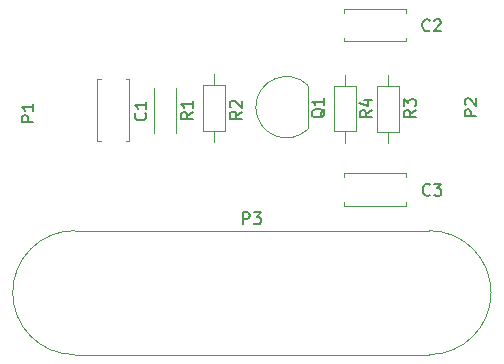
<source format=gbr>
%TF.GenerationSoftware,KiCad,Pcbnew,(5.1.7)-1*%
%TF.CreationDate,2020-12-16T00:37:39+02:00*%
%TF.ProjectId,Single_transistor_AMP,53696e67-6c65-45f7-9472-616e73697374,V1.0*%
%TF.SameCoordinates,Original*%
%TF.FileFunction,Legend,Top*%
%TF.FilePolarity,Positive*%
%FSLAX46Y46*%
G04 Gerber Fmt 4.6, Leading zero omitted, Abs format (unit mm)*
G04 Created by KiCad (PCBNEW (5.1.7)-1) date 2020-12-16 00:37:39*
%MOMM*%
%LPD*%
G01*
G04 APERTURE LIST*
%ADD10C,0.120000*%
%ADD11C,0.150000*%
G04 APERTURE END LIST*
D10*
%TO.C,C1*%
X135190600Y-100446200D02*
X134875600Y-100446200D01*
X137615600Y-100446200D02*
X137300600Y-100446200D01*
X135190600Y-95206200D02*
X134875600Y-95206200D01*
X137615600Y-95206200D02*
X137300600Y-95206200D01*
X134875600Y-95206200D02*
X134875600Y-100446200D01*
X137615600Y-95206200D02*
X137615600Y-100446200D01*
%TO.C,C2*%
X161003600Y-91997200D02*
X155763600Y-91997200D01*
X161003600Y-89257200D02*
X155763600Y-89257200D01*
X161003600Y-91997200D02*
X161003600Y-91682200D01*
X161003600Y-89572200D02*
X161003600Y-89257200D01*
X155763600Y-91997200D02*
X155763600Y-91682200D01*
X155763600Y-89572200D02*
X155763600Y-89257200D01*
%TO.C,C3*%
X155789000Y-103466000D02*
X155789000Y-103151000D01*
X155789000Y-105891000D02*
X155789000Y-105576000D01*
X161029000Y-103466000D02*
X161029000Y-103151000D01*
X161029000Y-105891000D02*
X161029000Y-105576000D01*
X161029000Y-103151000D02*
X155789000Y-103151000D01*
X161029000Y-105891000D02*
X155789000Y-105891000D01*
%TO.C,Q1*%
X152776800Y-99361400D02*
X152776800Y-95761400D01*
X152765278Y-99399878D02*
G75*
G02*
X148326800Y-97561400I-1838478J1838478D01*
G01*
X152765278Y-95722922D02*
G75*
G03*
X148326800Y-97561400I-1838478J-1838478D01*
G01*
%TO.C,R1*%
X141534400Y-99760800D02*
X141534400Y-95920800D01*
X139694400Y-99760800D02*
X139694400Y-95920800D01*
%TO.C,R2*%
X144780000Y-100507600D02*
X144780000Y-99557600D01*
X144780000Y-94767600D02*
X144780000Y-95717600D01*
X145700000Y-99557600D02*
X145700000Y-95717600D01*
X143860000Y-99557600D02*
X145700000Y-99557600D01*
X143860000Y-95717600D02*
X143860000Y-99557600D01*
X145700000Y-95717600D02*
X143860000Y-95717600D01*
%TO.C,R3*%
X160457400Y-95793800D02*
X158617400Y-95793800D01*
X158617400Y-95793800D02*
X158617400Y-99633800D01*
X158617400Y-99633800D02*
X160457400Y-99633800D01*
X160457400Y-99633800D02*
X160457400Y-95793800D01*
X159537400Y-94843800D02*
X159537400Y-95793800D01*
X159537400Y-100583800D02*
X159537400Y-99633800D01*
%TO.C,R4*%
X155905200Y-100558400D02*
X155905200Y-99608400D01*
X155905200Y-94818400D02*
X155905200Y-95768400D01*
X156825200Y-99608400D02*
X156825200Y-95768400D01*
X154985200Y-99608400D02*
X156825200Y-99608400D01*
X154985200Y-95768400D02*
X154985200Y-99608400D01*
X156825200Y-95768400D02*
X154985200Y-95768400D01*
%TO.C,P3*%
X162996400Y-108008600D02*
X132996400Y-108008600D01*
X132996400Y-118508600D02*
X162996400Y-118508600D01*
X162996400Y-118508600D02*
G75*
G03*
X162996400Y-108008600I0J5250000D01*
G01*
X132996400Y-108008600D02*
G75*
G03*
X132996400Y-118508600I0J-5250000D01*
G01*
%TD*%
%TO.C,C1*%
D11*
X138964942Y-98058266D02*
X139012561Y-98105885D01*
X139060180Y-98248742D01*
X139060180Y-98343980D01*
X139012561Y-98486838D01*
X138917323Y-98582076D01*
X138822085Y-98629695D01*
X138631609Y-98677314D01*
X138488752Y-98677314D01*
X138298276Y-98629695D01*
X138203038Y-98582076D01*
X138107800Y-98486838D01*
X138060180Y-98343980D01*
X138060180Y-98248742D01*
X138107800Y-98105885D01*
X138155419Y-98058266D01*
X139060180Y-97105885D02*
X139060180Y-97677314D01*
X139060180Y-97391600D02*
X138060180Y-97391600D01*
X138203038Y-97486838D01*
X138298276Y-97582076D01*
X138345895Y-97677314D01*
%TO.C,C2*%
X163053733Y-91035142D02*
X163006114Y-91082761D01*
X162863257Y-91130380D01*
X162768019Y-91130380D01*
X162625161Y-91082761D01*
X162529923Y-90987523D01*
X162482304Y-90892285D01*
X162434685Y-90701809D01*
X162434685Y-90558952D01*
X162482304Y-90368476D01*
X162529923Y-90273238D01*
X162625161Y-90178000D01*
X162768019Y-90130380D01*
X162863257Y-90130380D01*
X163006114Y-90178000D01*
X163053733Y-90225619D01*
X163434685Y-90225619D02*
X163482304Y-90178000D01*
X163577542Y-90130380D01*
X163815638Y-90130380D01*
X163910876Y-90178000D01*
X163958495Y-90225619D01*
X164006114Y-90320857D01*
X164006114Y-90416095D01*
X163958495Y-90558952D01*
X163387066Y-91130380D01*
X164006114Y-91130380D01*
%TO.C,C3*%
X163079133Y-104954342D02*
X163031514Y-105001961D01*
X162888657Y-105049580D01*
X162793419Y-105049580D01*
X162650561Y-105001961D01*
X162555323Y-104906723D01*
X162507704Y-104811485D01*
X162460085Y-104621009D01*
X162460085Y-104478152D01*
X162507704Y-104287676D01*
X162555323Y-104192438D01*
X162650561Y-104097200D01*
X162793419Y-104049580D01*
X162888657Y-104049580D01*
X163031514Y-104097200D01*
X163079133Y-104144819D01*
X163412466Y-104049580D02*
X164031514Y-104049580D01*
X163698180Y-104430533D01*
X163841038Y-104430533D01*
X163936276Y-104478152D01*
X163983895Y-104525771D01*
X164031514Y-104621009D01*
X164031514Y-104859104D01*
X163983895Y-104954342D01*
X163936276Y-105001961D01*
X163841038Y-105049580D01*
X163555323Y-105049580D01*
X163460085Y-105001961D01*
X163412466Y-104954342D01*
%TO.C,P1*%
X129494980Y-98793495D02*
X128494980Y-98793495D01*
X128494980Y-98412542D01*
X128542600Y-98317304D01*
X128590219Y-98269685D01*
X128685457Y-98222066D01*
X128828314Y-98222066D01*
X128923552Y-98269685D01*
X128971171Y-98317304D01*
X129018790Y-98412542D01*
X129018790Y-98793495D01*
X129494980Y-97269685D02*
X129494980Y-97841114D01*
X129494980Y-97555400D02*
X128494980Y-97555400D01*
X128637838Y-97650638D01*
X128733076Y-97745876D01*
X128780695Y-97841114D01*
%TO.C,P2*%
X167000180Y-98324895D02*
X166000180Y-98324895D01*
X166000180Y-97943942D01*
X166047800Y-97848704D01*
X166095419Y-97801085D01*
X166190657Y-97753466D01*
X166333514Y-97753466D01*
X166428752Y-97801085D01*
X166476371Y-97848704D01*
X166523990Y-97943942D01*
X166523990Y-98324895D01*
X166095419Y-97372514D02*
X166047800Y-97324895D01*
X166000180Y-97229657D01*
X166000180Y-96991561D01*
X166047800Y-96896323D01*
X166095419Y-96848704D01*
X166190657Y-96801085D01*
X166285895Y-96801085D01*
X166428752Y-96848704D01*
X167000180Y-97420133D01*
X167000180Y-96801085D01*
%TO.C,Q1*%
X154166819Y-97707438D02*
X154119200Y-97802676D01*
X154023961Y-97897914D01*
X153881104Y-98040771D01*
X153833485Y-98136009D01*
X153833485Y-98231247D01*
X154071580Y-98183628D02*
X154023961Y-98278866D01*
X153928723Y-98374104D01*
X153738247Y-98421723D01*
X153404914Y-98421723D01*
X153214438Y-98374104D01*
X153119200Y-98278866D01*
X153071580Y-98183628D01*
X153071580Y-97993152D01*
X153119200Y-97897914D01*
X153214438Y-97802676D01*
X153404914Y-97755057D01*
X153738247Y-97755057D01*
X153928723Y-97802676D01*
X154023961Y-97897914D01*
X154071580Y-97993152D01*
X154071580Y-98183628D01*
X154071580Y-96802676D02*
X154071580Y-97374104D01*
X154071580Y-97088390D02*
X153071580Y-97088390D01*
X153214438Y-97183628D01*
X153309676Y-97278866D01*
X153357295Y-97374104D01*
%TO.C,R1*%
X142971780Y-97982066D02*
X142495590Y-98315400D01*
X142971780Y-98553495D02*
X141971780Y-98553495D01*
X141971780Y-98172542D01*
X142019400Y-98077304D01*
X142067019Y-98029685D01*
X142162257Y-97982066D01*
X142305114Y-97982066D01*
X142400352Y-98029685D01*
X142447971Y-98077304D01*
X142495590Y-98172542D01*
X142495590Y-98553495D01*
X142971780Y-97029685D02*
X142971780Y-97601114D01*
X142971780Y-97315400D02*
X141971780Y-97315400D01*
X142114638Y-97410638D01*
X142209876Y-97505876D01*
X142257495Y-97601114D01*
%TO.C,R2*%
X147137380Y-97956666D02*
X146661190Y-98290000D01*
X147137380Y-98528095D02*
X146137380Y-98528095D01*
X146137380Y-98147142D01*
X146185000Y-98051904D01*
X146232619Y-98004285D01*
X146327857Y-97956666D01*
X146470714Y-97956666D01*
X146565952Y-98004285D01*
X146613571Y-98051904D01*
X146661190Y-98147142D01*
X146661190Y-98528095D01*
X146232619Y-97575714D02*
X146185000Y-97528095D01*
X146137380Y-97432857D01*
X146137380Y-97194761D01*
X146185000Y-97099523D01*
X146232619Y-97051904D01*
X146327857Y-97004285D01*
X146423095Y-97004285D01*
X146565952Y-97051904D01*
X147137380Y-97623333D01*
X147137380Y-97004285D01*
%TO.C,R3*%
X161869380Y-97829666D02*
X161393190Y-98163000D01*
X161869380Y-98401095D02*
X160869380Y-98401095D01*
X160869380Y-98020142D01*
X160917000Y-97924904D01*
X160964619Y-97877285D01*
X161059857Y-97829666D01*
X161202714Y-97829666D01*
X161297952Y-97877285D01*
X161345571Y-97924904D01*
X161393190Y-98020142D01*
X161393190Y-98401095D01*
X160869380Y-97496333D02*
X160869380Y-96877285D01*
X161250333Y-97210619D01*
X161250333Y-97067761D01*
X161297952Y-96972523D01*
X161345571Y-96924904D01*
X161440809Y-96877285D01*
X161678904Y-96877285D01*
X161774142Y-96924904D01*
X161821761Y-96972523D01*
X161869380Y-97067761D01*
X161869380Y-97353476D01*
X161821761Y-97448714D01*
X161774142Y-97496333D01*
%TO.C,R4*%
X158135580Y-97829666D02*
X157659390Y-98163000D01*
X158135580Y-98401095D02*
X157135580Y-98401095D01*
X157135580Y-98020142D01*
X157183200Y-97924904D01*
X157230819Y-97877285D01*
X157326057Y-97829666D01*
X157468914Y-97829666D01*
X157564152Y-97877285D01*
X157611771Y-97924904D01*
X157659390Y-98020142D01*
X157659390Y-98401095D01*
X157468914Y-96972523D02*
X158135580Y-96972523D01*
X157087961Y-97210619D02*
X157802247Y-97448714D01*
X157802247Y-96829666D01*
%TO.C,P3*%
X147243304Y-107470980D02*
X147243304Y-106470980D01*
X147624257Y-106470980D01*
X147719495Y-106518600D01*
X147767114Y-106566219D01*
X147814733Y-106661457D01*
X147814733Y-106804314D01*
X147767114Y-106899552D01*
X147719495Y-106947171D01*
X147624257Y-106994790D01*
X147243304Y-106994790D01*
X148148066Y-106470980D02*
X148767114Y-106470980D01*
X148433780Y-106851933D01*
X148576638Y-106851933D01*
X148671876Y-106899552D01*
X148719495Y-106947171D01*
X148767114Y-107042409D01*
X148767114Y-107280504D01*
X148719495Y-107375742D01*
X148671876Y-107423361D01*
X148576638Y-107470980D01*
X148290923Y-107470980D01*
X148195685Y-107423361D01*
X148148066Y-107375742D01*
%TD*%
M02*

</source>
